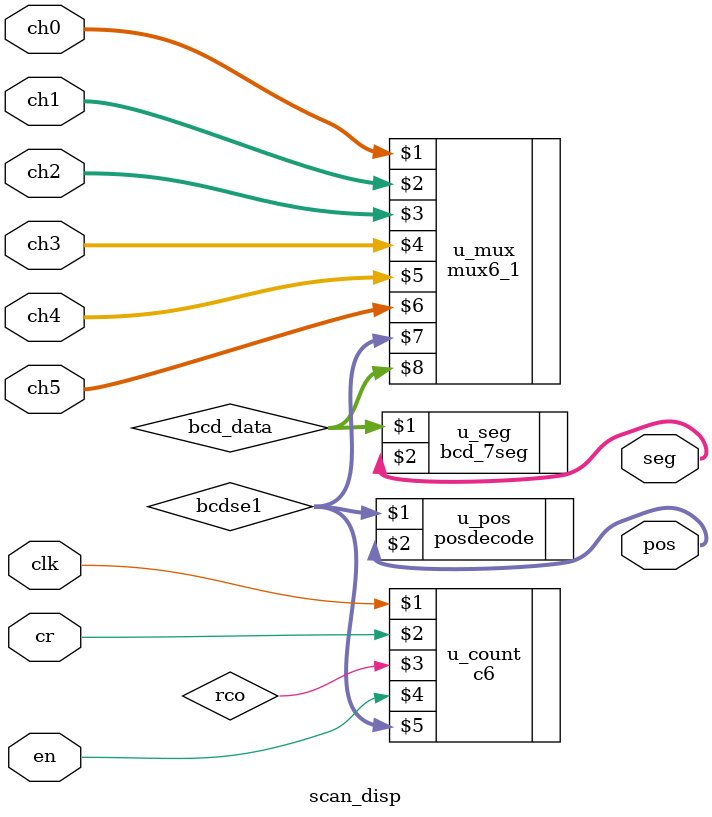
<source format=v>
`timescale 1ns / 1ps

module scan_disp(
    input clk,
    input cr,
    input en,
    input [3:0] ch0,
    input [3:0] ch1,
    input [3:0] ch2,
    input [3:0] ch3,
    input [3:0] ch4,
    input [3:0] ch5,
    output [6:0] seg,
    output [7:0] pos
    );
wire rco;
wire [3:0] bcdse1,bcd_data;
c6 u_count(clk,cr,rco,en,bcdse1);
mux6_1 u_mux(ch0,ch1,ch2,ch3,ch4,ch5,bcdse1,bcd_data);
posdecode u_pos(bcdse1,pos);
bcd_7seg u_seg(bcd_data,seg);

endmodule

</source>
